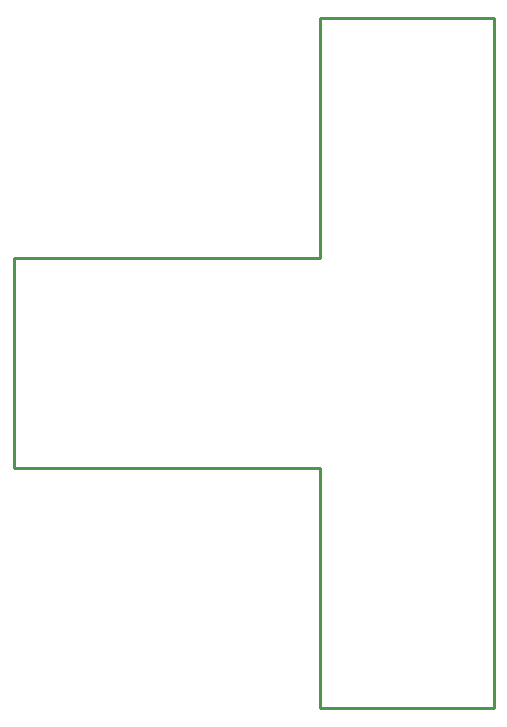
<source format=gko>
G04 Layer: BoardOutlineLayer*
G04 EasyEDA v6.5.32, 2023-07-25 14:04:49*
G04 6491edecb3f74ba59fc972a52df51078,5a6b42c53f6a479593ecc07194224c93,10*
G04 Gerber Generator version 0.2*
G04 Scale: 100 percent, Rotated: No, Reflected: No *
G04 Dimensions in millimeters *
G04 leading zeros omitted , absolute positions ,4 integer and 5 decimal *
%FSLAX45Y45*%
%MOMM*%

%ADD10C,0.2540*%
D10*
X5842000Y5842000D02*
G01*
X5842000Y0D01*
X4368800Y0D01*
X4368800Y2032000D01*
X1778000Y2032000D01*
X1778000Y3810000D01*
X4368800Y3810000D01*
X4368800Y5842000D01*
X5842000Y5842000D01*

%LPD*%
M02*

</source>
